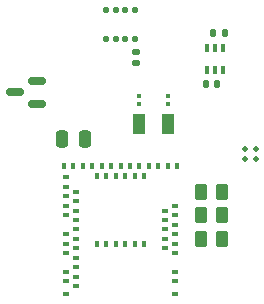
<source format=gbr>
%TF.GenerationSoftware,KiCad,Pcbnew,7.0.6-7.0.6~ubuntu23.04.1*%
%TF.CreationDate,2023-08-08T21:58:14-04:00*%
%TF.ProjectId,EnviroPuck,456e7669-726f-4507-9563-6b2e6b696361,rev?*%
%TF.SameCoordinates,Original*%
%TF.FileFunction,Paste,Top*%
%TF.FilePolarity,Positive*%
%FSLAX46Y46*%
G04 Gerber Fmt 4.6, Leading zero omitted, Abs format (unit mm)*
G04 Created by KiCad (PCBNEW 7.0.6-7.0.6~ubuntu23.04.1) date 2023-08-08 21:58:14*
%MOMM*%
%LPD*%
G01*
G04 APERTURE LIST*
G04 Aperture macros list*
%AMRoundRect*
0 Rectangle with rounded corners*
0 $1 Rounding radius*
0 $2 $3 $4 $5 $6 $7 $8 $9 X,Y pos of 4 corners*
0 Add a 4 corners polygon primitive as box body*
4,1,4,$2,$3,$4,$5,$6,$7,$8,$9,$2,$3,0*
0 Add four circle primitives for the rounded corners*
1,1,$1+$1,$2,$3*
1,1,$1+$1,$4,$5*
1,1,$1+$1,$6,$7*
1,1,$1+$1,$8,$9*
0 Add four rect primitives between the rounded corners*
20,1,$1+$1,$2,$3,$4,$5,0*
20,1,$1+$1,$4,$5,$6,$7,0*
20,1,$1+$1,$6,$7,$8,$9,0*
20,1,$1+$1,$8,$9,$2,$3,0*%
G04 Aperture macros list end*
%ADD10R,1.000000X1.800000*%
%ADD11RoundRect,0.250000X0.262500X0.450000X-0.262500X0.450000X-0.262500X-0.450000X0.262500X-0.450000X0*%
%ADD12RoundRect,0.150000X0.587500X0.150000X-0.587500X0.150000X-0.587500X-0.150000X0.587500X-0.150000X0*%
%ADD13RoundRect,0.140000X0.170000X-0.140000X0.170000X0.140000X-0.170000X0.140000X-0.170000X-0.140000X0*%
%ADD14RoundRect,0.079500X0.100500X-0.079500X0.100500X0.079500X-0.100500X0.079500X-0.100500X-0.079500X0*%
%ADD15RoundRect,0.250000X0.250000X0.475000X-0.250000X0.475000X-0.250000X-0.475000X0.250000X-0.475000X0*%
%ADD16RoundRect,0.140000X0.140000X0.170000X-0.140000X0.170000X-0.140000X-0.170000X0.140000X-0.170000X0*%
%ADD17RoundRect,0.140000X-0.140000X-0.170000X0.140000X-0.170000X0.140000X0.170000X-0.140000X0.170000X0*%
%ADD18RoundRect,0.112500X0.112500X0.112500X-0.112500X0.112500X-0.112500X-0.112500X0.112500X-0.112500X0*%
%ADD19R,0.600000X0.400000*%
%ADD20R,0.400000X0.600000*%
%ADD21R,0.400000X0.650000*%
%ADD22RoundRect,0.125000X0.125000X0.137500X-0.125000X0.137500X-0.125000X-0.137500X0.125000X-0.137500X0*%
G04 APERTURE END LIST*
D10*
%TO.C,Y1*%
X1550000Y2600000D03*
X4050000Y2600000D03*
%TD*%
D11*
%TO.C,R5*%
X8612500Y-7150000D03*
X6787500Y-7150000D03*
%TD*%
%TO.C,R4*%
X8612500Y-5150000D03*
X6787500Y-5150000D03*
%TD*%
%TO.C,R3*%
X8612500Y-3150000D03*
X6787500Y-3150000D03*
%TD*%
D12*
%TO.C,Q1*%
X-8937500Y5250000D03*
X-7062500Y6200000D03*
X-7062500Y4300000D03*
%TD*%
D13*
%TO.C,C6*%
X1300000Y7745000D03*
X1300000Y8705000D03*
%TD*%
D14*
%TO.C,C5*%
X1550000Y4255000D03*
X1550000Y4945000D03*
%TD*%
D15*
%TO.C,C4*%
X-3050000Y1300000D03*
X-4950000Y1300000D03*
%TD*%
D14*
%TO.C,C3*%
X4050000Y4255000D03*
X4050000Y4945000D03*
%TD*%
D16*
%TO.C,C2*%
X8805000Y10300000D03*
X7845000Y10300000D03*
%TD*%
D17*
%TO.C,C1*%
X7195000Y5925000D03*
X8155000Y5925000D03*
%TD*%
D18*
%TO.C,D1*%
X11425000Y-425000D03*
X10575000Y-425000D03*
X10575000Y425000D03*
X11425000Y425000D03*
%TD*%
D19*
%TO.C,U3*%
X4650000Y-11850000D03*
X4650000Y-10750000D03*
X4650000Y-9950000D03*
X4650000Y-8350000D03*
X3750000Y-7950000D03*
X4650000Y-7550000D03*
X3750000Y-7150000D03*
X4650000Y-6750000D03*
X3750000Y-6350000D03*
X4650000Y-5950000D03*
X3750000Y-5550000D03*
X4650000Y-5150000D03*
X3750000Y-4750000D03*
X4650000Y-4350000D03*
D20*
X4800000Y-950000D03*
X4000000Y-950000D03*
X3200000Y-950000D03*
X2400000Y-950000D03*
X2000000Y-1850000D03*
X1600000Y-950000D03*
X1200000Y-1850000D03*
X800000Y-950000D03*
X400000Y-1850000D03*
X0Y-950000D03*
X-400000Y-1850000D03*
X-800000Y-950000D03*
X-1200000Y-1850000D03*
X-1600000Y-950000D03*
X-2000000Y-1850000D03*
X-2400000Y-950000D03*
X-3200000Y-950000D03*
X-4000000Y-950000D03*
X-4800000Y-950000D03*
D19*
X-4650000Y-1950000D03*
X-4650000Y-2750000D03*
X-3750000Y-3150000D03*
X-4650000Y-3550000D03*
X-3750000Y-3950000D03*
X-4650000Y-4350000D03*
X-3750000Y-4750000D03*
X-4650000Y-5150000D03*
X-3750000Y-5550000D03*
X-3750000Y-6350000D03*
X-4650000Y-6750000D03*
X-3750000Y-7150000D03*
X-4650000Y-7550000D03*
X-3750000Y-7950000D03*
X-4650000Y-8350000D03*
X-3750000Y-8750000D03*
X-3750000Y-9550000D03*
X-4650000Y-9950000D03*
X-3750000Y-10350000D03*
X-4650000Y-10750000D03*
X-3750000Y-11150000D03*
X-4650000Y-11850000D03*
D20*
X2000000Y-7550000D03*
X1200000Y-7550000D03*
X400000Y-7550000D03*
X-400000Y-7550000D03*
X-1200000Y-7550000D03*
X-2000000Y-7550000D03*
%TD*%
D21*
%TO.C,U1*%
X8650000Y9050000D03*
X8000000Y9050000D03*
X7350000Y9050000D03*
X7350000Y7150000D03*
X8000000Y7150000D03*
X8650000Y7150000D03*
%TD*%
D22*
%TO.C,U2*%
X1200000Y12187500D03*
X400000Y12187500D03*
X-400000Y12187500D03*
X-1200000Y12187500D03*
X-1200000Y9812500D03*
X-400000Y9812500D03*
X400000Y9812500D03*
X1200000Y9812500D03*
%TD*%
M02*

</source>
